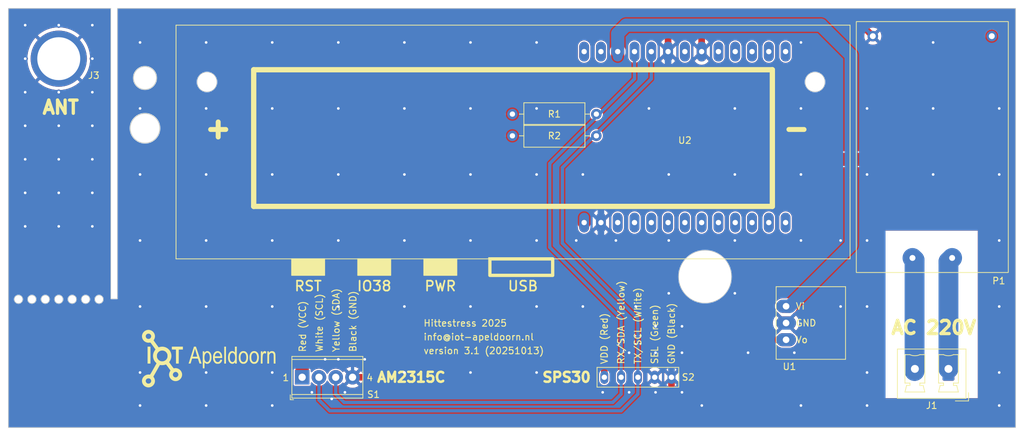
<source format=kicad_pcb>
(kicad_pcb (version 20241229) (generator "pcbnew") (generator_version "9.0")
  (layers (0 "F.Cu" signal) (2 "B.Cu" signal) (13 "F.Paste" user) (15 "B.Paste" user) (5 "F.SilkS" user "F.Silkscreen") (7 "B.SilkS" user "B.Silkscreen") (1 "F.Mask" user) (3 "B.Mask" user) (25 "Edge.Cuts" user))
  (net 0 "")
  (net 1 "Net-(J1-Pin_1)")
  (net 2 "Net-(J1-Pin_2)")
  (net 3 "/5V_I")
  (net 4 "/GND")
  (net 5 "/3V3")
  (net 6 "/SCL")
  (net 7 "/SDA")
  (net 8 "/5V_SPS")
  (footprint "my-KiCad-library:SPS30" (layer "F.Cu") (at 173.99 91.44)
    (property "Reference" "S2" (at 7.62 0 0) (layer "F.SilkS"))
    (property "Value" "SPS30")
    (fp_text user "GND (Black)" (at 5.08 -1.905 90) (layer "F.SilkS") (effects (justify left)))
    (fp_text user "SEL (Green)" (at 2.54 -1.905 90) (layer "F.SilkS") (effects (justify left)))
    (fp_text user "VDD (Red)" (at -5.08 -1.905 90) (layer "F.SilkS") (effects (justify left)))
    (fp_text user "RX/SDA (Yellow)" (at -2.54 -1.905 90) (layer "F.SilkS") (effects (justify left)))
    (fp_text user "TX/SCL (White)" (at 0 -1.905 90) (layer "F.SilkS") (effects (justify left)))
    (pad "1" thru_hole oval (at -5.08 0) (size 1.2 2) (drill 0.8) (layers "*.Cu" "*.Mask") (net 8 "/5V_SPS"))
    (pad "2" thru_hole oval (at -2.54 0) (size 1.2 2) (drill 0.8) (layers "*.Cu" "*.Mask") (net 7 "/SDA"))
    (pad "3" thru_hole oval (at 0 0) (size 1.2 2) (drill 0.8) (layers "*.Cu" "*.Mask") (net 6 "/SCL"))
    (pad "4" thru_hole oval (at 2.54 0) (size 1.2 2) (drill 0.8) (layers "*.Cu" "*.Mask") (net 4 "/GND"))
    (pad "5" thru_hole oval (at 5.08 0) (size 1.2 2) (drill 0.8) (layers "*.Cu" "*.Mask") (net 4 "/GND"))
  )
  (footprint "my-KiCad-library:AM2315C" (layer "F.Cu") (at 123.257 91.5075)
    (property "Reference" "S1" (at 10.728 2.54 0) (layer "F.SilkS"))
    (property "Value" "AM2315C")
    (fp_text user "1" (at -2.54 0 0) (layer "F.SilkS"))
    (fp_text user "Red (VCC)" (at 0 -3.81 90) (layer "F.SilkS") (effects (justify left)))
    (fp_text user "White (SCL)" (at 2.54 -3.81 90) (layer "F.SilkS") (effects (justify left)))
    (fp_text user "4" (at 10.16 0 0) (layer "F.SilkS"))
    (fp_text user "Yellow (SDA)" (at 5.08 -3.81 90) (layer "F.SilkS") (effects (justify left)))
    (fp_text user "Black (GND)" (at 7.62 -3.81 90) (layer "F.SilkS") (effects (justify left)))
    (pad "1" thru_hole rect (at -0.067 -0.0675) (size 2.2 2.2) (drill 1.1) (layers "*.Cu" "*.Mask") (net 5 "/3V3"))
    (pad "2" thru_hole circle (at 2.473 -0.0675) (size 2.2 2.2) (drill 1.1) (layers "*.Cu" "*.Mask") (net 6 "/SCL"))
    (pad "3" thru_hole circle (at 5.013 -0.0675) (size 2.2 2.2) (drill 1.1) (layers "*.Cu" "*.Mask") (net 7 "/SDA"))
    (pad "4" thru_hole circle (at 7.553 -0.0675) (size 2.2 2.2) (drill 1.1) (layers "*.Cu" "*.Mask") (net 4 "/GND"))
  )
  (footprint "Resistor_THT:R_Axial_DIN0309_L9.0mm_D3.2mm_P12.70mm_Horizontal" (layer "F.Cu") (at 155.0015 54.864)
    (property "Reference" "R2" (at 6.35 0 0) (layer "F.SilkS"))
    (property "Value" "10K")
    (pad "1" thru_hole circle (at 0 0) (size 1.6 1.6) (drill 0.8) (layers "*.Cu" "*.Mask") (net 5 "/3V3"))
    (pad "2" thru_hole oval (at 12.7 0) (size 1.6 1.6) (drill 0.8) (layers "*.Cu" "*.Mask") (net 6 "/SCL"))
  )
  (footprint "my-KiCad-library:HLK-5M05" (layer "F.Cu") (at 207.035 75.565 90)
    (property "Reference" "P1" (at -1.27 21.565 0) (layer "F.SilkS"))
    (property "Value" "~")
    (pad "1" thru_hole circle (at 2.2 8.5 270) (size 1.6 1.6) (drill 0.9) (layers "*.Cu" "*.Mask") (net 2 "Net-(J1-Pin_2)"))
    (pad "2" thru_hole circle (at 2.2 14.5 270) (size 1.6 1.6) (drill 0.9) (layers "*.Cu" "*.Mask") (net 1 "Net-(J1-Pin_1)"))
    (pad "3" thru_hole circle (at 35.8 2.5 270) (size 1.6 1.6) (drill 0.9) (layers "*.Cu" "*.Mask") (net 4 "/GND"))
    (pad "4" thru_hole circle (at 35.8 20.5 270) (size 1.6 1.6) (drill 0.9) (layers "*.Cu" "*.Mask") (net 3 "/5V_I"))
  )
  (footprint "Resistor_THT:R_Axial_DIN0309_L9.0mm_D3.2mm_P12.70mm_Horizontal" (layer "F.Cu") (at 155.0015 51.574)
    (property "Reference" "R1" (at 6.35 0 0) (layer "F.SilkS"))
    (property "Value" "10K")
    (pad "1" thru_hole circle (at 0 0) (size 1.6 1.6) (drill 0.8) (layers "*.Cu" "*.Mask") (net 5 "/3V3"))
    (pad "2" thru_hole oval (at 12.7 0) (size 1.6 1.6) (drill 0.8) (layers "*.Cu" "*.Mask") (net 7 "/SDA"))
  )
  (footprint "my-KiCad-library:MINIDCDCBOOST5V" (layer "F.Cu") (at 196.41 83.22)
    (property "Reference" "U1" (at 0.508 6.604 0) (layer "F.SilkS"))
    (property "Value" "MINIDCDCBOOST5V")
    (fp_text user "GND" (at 1.397 0 0) (layer "F.SilkS") (effects (justify left)))
    (fp_text user "Vo" (at 1.397 2.54 0) (layer "F.SilkS") (effects (justify left)))
    (fp_text user "Vi" (at 1.397 -2.54 0) (layer "F.SilkS") (effects (justify left)))
    (pad "1" thru_hole oval (at 0 -2.54 270) (size 2 3) (drill 1) (layers "*.Cu" "*.Mask") (net 5 "/3V3"))
    (pad "2" thru_hole oval (at 0 0 270) (size 2 3) (drill 1) (layers "*.Cu" "*.Mask") (net 4 "/GND"))
    (pad "3" thru_hole oval (at 0 2.54 270) (size 2 3) (drill 1) (layers "*.Cu" "*.Mask") (net 8 "/5V_SPS"))
  )
  (footprint "my-KiCad-library:SMA-ANT-CONN" (layer "F.Cu") (at 86.36 43.18)
    (property "Reference" "J3" (at 5.3 2.54 0) (layer "F.SilkS"))
    (property "Value" "SMA_conector_female")
    (pad "1" thru_hole circle (at 0 0) (size 8.5 8.5) (drill 6.5) (layers "*.Cu" "*.Mask") (net 4 "/GND"))
  )
  (footprint "my-KiCad-library:TTGO_T-Beam_T22_V1.1" (layer "F.Cu") (at 206.095 73.505 180)
    (property "Reference" "U2" (at 25 17.95 0) (layer "F.SilkS"))
    (property "Value" "TTGO_T-Beam_T22_V1.1")
    (fp_text user "PWR" (at 62 -5 0) (layer "F.SilkS") (effects (font (size 1.5 1.5) (thickness 0.25) (bold yes)) (justify bottom)))
    (fp_text user "USB" (at 49.5 -5 0) (layer "F.SilkS") (effects (font (size 1.5 1.5) (thickness 0.25) (bold yes)) (justify bottom)))
    (fp_text user "RST" (at 82 -5 0) (layer "F.SilkS") (effects (font (size 1.5 1.5) (thickness 0.25) (bold yes)) (justify bottom)))
    (fp_text user "IO38" (at 72 -5 0) (layer "F.SilkS") (effects (font (size 1.5 1.5) (thickness 0.25) (bold yes)) (justify bottom)))
    (fp_text user "+" (at 93.26 21.15 180) (layer "F.SilkS") (effects (font (size 3 3) (thickness 0.75) (bold yes)) (justify left bottom)))
    (fp_text user "-" (at 5.76 21.15 180) (layer "F.SilkS") (effects (font (size 3 3) (thickness 0.75) (bold yes)) (justify left bottom)))
    (pad "1" thru_hole oval (at 9.76 5.5 180) (size 1.5 3) (drill 0.8) (layers "*.Cu" "*.Mask"))
    (pad "2" thru_hole oval (at 12.3 5.5 180) (size 1.5 3) (drill 0.8) (layers "*.Cu" "*.Mask"))
    (pad "3" thru_hole oval (at 14.84 5.5 180) (size 1.5 3) (drill 0.8) (layers "*.Cu" "*.Mask"))
    (pad "4" thru_hole oval (at 17.38 5.5 180) (size 1.5 3) (drill 0.8) (layers "*.Cu" "*.Mask"))
    (pad "5" thru_hole oval (at 19.92 5.5 180) (size 1.5 3) (drill 0.8) (layers "*.Cu" "*.Mask"))
    (pad "6" thru_hole oval (at 22.46 5.5 180) (size 1.5 3) (drill 0.8) (layers "*.Cu" "*.Mask"))
    (pad "7" thru_hole oval (at 25 5.5 180) (size 1.5 3) (drill 0.8) (layers "*.Cu" "*.Mask"))
    (pad "8" thru_hole oval (at 27.54 5.5 180) (size 1.5 3) (drill 0.8) (layers "*.Cu" "*.Mask"))
    (pad "9" thru_hole oval (at 30.08 5.5 180) (size 1.5 3) (drill 0.8) (layers "*.Cu" "*.Mask"))
    (pad "10" thru_hole oval (at 32.62 5.5 180) (size 1.5 3) (drill 0.8) (layers "*.Cu" "*.Mask"))
    (pad "11" thru_hole oval (at 35.16 5.5 180) (size 1.5 3) (drill 0.8) (layers "*.Cu" "*.Mask"))
    (pad "12" thru_hole oval (at 37.7 5.5 180) (size 1.5 3) (drill 0.8) (layers "*.Cu" "*.Mask") (net 4 "/GND"))
    (pad "13" thru_hole oval (at 40.24 5.5 180) (size 1.5 3) (drill 0.8) (layers "*.Cu" "*.Mask") (net 3 "/5V_I"))
    (pad "14" thru_hole oval (at 40.24 31.4 180) (size 1.5 3) (drill 0.8) (layers "*.Cu" "*.Mask"))
    (pad "15" thru_hole oval (at 37.7 31.4 180) (size 1.5 3) (drill 0.8) (layers "*.Cu" "*.Mask"))
    (pad "16" thru_hole oval (at 35.16 31.4 180) (size 1.5 3) (drill 0.8) (layers "*.Cu" "*.Mask") (net 5 "/3V3"))
    (pad "17" thru_hole oval (at 32.62 31.4 180) (size 1.5 3) (drill 0.8) (layers "*.Cu" "*.Mask") (net 7 "/SDA"))
    (pad "18" thru_hole oval (at 30.08 31.4 180) (size 1.5 3) (drill 0.8) (layers "*.Cu" "*.Mask") (net 6 "/SCL"))
    (pad "19" thru_hole oval (at 27.54 31.4 180) (size 1.5 3) (drill 0.8) (layers "*.Cu" "*.Mask") (net 4 "/GND"))
    (pad "20" thru_hole oval (at 25 31.4 180) (size 1.5 3) (drill 0.8) (layers "*.Cu" "*.Mask"))
    (pad "21" thru_hole oval (at 22.46 31.4 180) (size 1.5 3) (drill 0.8) (layers "*.Cu" "*.Mask") (net 4 "/GND"))
    (pad "22" thru_hole oval (at 19.92 31.4 180) (size 1.5 3) (drill 0.8) (layers "*.Cu" "*.Mask"))
    (pad "23" thru_hole oval (at 17.38 31.4 180) (size 1.5 3) (drill 0.8) (layers "*.Cu" "*.Mask"))
    (pad "24" thru_hole oval (at 14.84 31.4 180) (size 1.5 3) (drill 0.8) (layers "*.Cu" "*.Mask"))
    (pad "25" thru_hole oval (at 12.3 31.4 180) (size 1.5 3) (drill 0.8) (layers "*.Cu" "*.Mask"))
    (pad "26" thru_hole oval (at 9.76 31.4 180) (size 1.5 3) (drill 0.8) (layers "*.Cu" "*.Mask"))
  )
  (footprint "my-KiCad-library:IOT-Apeldoorn_Logo_22x9_6mm_silk" (layer "F.Cu") (at 108.66 88.72)
    (property "Reference" "G***" (hide yes))
    (property "Value" "LOGO" (hide yes))
  )
  (footprint "Connector_Phoenix_MC_HighVoltage:PhoenixContact_MCV_1,5_2-G-5.08_1x02_P5.08mm_Vertical" (layer "F.Cu") (at 220.98 90.17 180)
    (property "Reference" "J1" (at 2.54 -5.55 0) (layer "F.SilkS"))
    (property "Value" "Conn_01x02_Socket")
    (pad "1" thru_hole roundrect (at 0 0 180) (size 1.8 3.6) (drill 1.2) (layers "*.Cu" "*.Mask") (roundrect_rratio 0.138889) (net 1 "Net-(J1-Pin_1)"))
    (pad "2" thru_hole oval (at 5.08 0 180) (size 1.8 3.6) (drill 1.2) (layers "*.Cu" "*.Mask") (net 2 "Net-(J1-Pin_2)"))
  )
  (gr_rect (start 78.994 71.628) (end 93.986 78.74) (stroke (width 0.2)) (fill yes) (layer "F.Cu"))
  (gr_rect (start 78.994 80.772) (end 94.488 97.964) (stroke (width 0.2)) (fill yes) (layer "F.Cu"))
  (gr_rect (start 79.121 71.628) (end 93.986 78.74) (stroke (width 0.2)) (fill yes) (layer "B.Cu") (net 4))
  (gr_circle (center 82.296 79.629) (end 82.931 79.629) (stroke (width 0.1)) (fill no) (layer "Edge.Cuts"))
  (gr_circle (center 86.36 79.629) (end 86.995 79.629) (stroke (width 0.1)) (fill no) (layer "Edge.Cuts"))
  (gr_circle (center 80.264 79.629) (end 80.899 79.629) (stroke (width 0.1)) (fill no) (layer "Edge.Cuts"))
  (gr_line (start 95.24 35.56) (end 231.14 35.56) (stroke (width 0.1)) (layer "Edge.Cuts"))
  (gr_circle (center 99.41 53.72) (end 101.66 53.72) (stroke (width 0.15)) (fill no) (layer "Edge.Cuts"))
  (gr_circle (center 200.79 46.71) (end 202.29 46.71) (stroke (width 0.1)) (fill no) (layer "Edge.Cuts"))
  (gr_circle (center 88.392 79.629) (end 89.027 79.629) (stroke (width 0.1)) (fill no) (layer "Edge.Cuts"))
  (gr_circle (center 92.456 79.629) (end 93.091 79.629) (stroke (width 0.1)) (fill no) (layer "Edge.Cuts"))
  (gr_line (start 231.14 35.56) (end 231.14 99.06) (stroke (width 0.1)) (layer "Edge.Cuts"))
  (gr_line (start 78.74 99.06) (end 231.14 99.06) (stroke (width 0.1)) (layer "Edge.Cuts"))
  (gr_line (start 78.74 35.56) (end 78.74 99.06) (stroke (width 0.1)) (layer "Edge.Cuts"))
  (gr_line (start 94.24 79.56) (end 95.24 79.56) (stroke (width 0.1)) (layer "Edge.Cuts"))
  (gr_circle (center 184.15 76.2) (end 188.15 76.2) (stroke (width 0.1)) (fill no) (layer "Edge.Cuts"))
  (gr_circle (center 108.79 46.71) (end 110.29 46.71) (stroke (width 0.1)) (fill no) (layer "Edge.Cuts"))
  (gr_circle (center 84.328 79.629) (end 84.963 79.629) (stroke (width 0.1)) (fill no) (layer "Edge.Cuts"))
  (gr_line (start 95.24 35.56) (end 95.24 79.56) (stroke (width 0.1)) (layer "Edge.Cuts"))
  (gr_line (start 94.24 35.56) (end 94.24 79.56) (stroke (width 0.1)) (layer "Edge.Cuts"))
  (gr_line (start 78.74 35.56) (end 94.24 35.56) (stroke (width 0.1)) (layer "Edge.Cuts"))
  (gr_circle (center 99.41 46.1) (end 99.41 44.35) (stroke (width 0.15)) (fill no) (layer "Edge.Cuts"))
  (gr_circle (center 90.424 79.629) (end 91.059 79.629) (stroke (width 0.1)) (fill no) (layer "Edge.Cuts"))
  (gr_text "ANT" (at 83.66 51.72 0) (layer "F.SilkS") (effects (font (size 2 2) (thickness 0.5) (bold yes)) (justify left bottom)))
  (gr_text "version 3.1 (20251013)" (at 141.478 88.011 0) (layer "F.SilkS") (effects (font (size 1 1)) (justify left bottom)))
  (gr_text "info@iot-apeldoorn.nl" (at 141.478 85.921 0) (layer "F.SilkS") (effects (font (size 1 1)) (justify left bottom)))
  (gr_text "AC 220V" (at 212.09 85.09 0) (layer "F.SilkS") (effects (font (size 2 2) (thickness 0.5) (bold yes)) (justify left bottom)))
  (gr_text "Hittestress 2025" (at 141.478 83.831 0) (layer "F.SilkS") (effects (font (size 1 1)) (justify left bottom)))
  (gr_text "AM2315C" (at 139.7 91.44 0) (layer "F.SilkS") (effects (font (size 1.5 1.5) (thickness 0.375) (bold yes))))
  (gr_text "SPS30" (at 163.195 91.44 0) (layer "F.SilkS") (effects (font (size 1.5 1.5) (thickness 0.375) (bold yes))))
  (segment (start 221.535 73.365) (end 220.98 73.92) (width 3) (layer "B.Cu") (net 1))
  (segment (start 220.98 73.92) (end 220.98 90.17) (width 3) (layer "B.Cu") (net 1))
  (segment (start 215.85 73.68) (end 215.535 73.365) (width 3) (layer "B.Cu") (net 2))
  (segment (start 215.85 90.4975) (end 215.85 73.68) (width 3) (layer "B.Cu") (net 2))
  (segment (start 165.855 68.005) (end 165.855 65.285) (width 2) (layer "F.Cu") (net 3))
  (segment (start 227.535 48.055) (end 227.535 39.765) (width 2) (layer "F.Cu") (net 3))
  (segment (start 165.855 65.285) (end 172.72 58.42) (width 2) (layer "F.Cu") (net 3))
  (segment (start 172.72 58.42) (end 217.17 58.42) (width 2) (layer "F.Cu") (net 3))
  (segment (start 217.17 58.42) (end 227.535 48.055) (width 2) (layer "F.Cu") (net 3))
  (segment (start 147.32 91.44) (end 152.4 96.52) (width 1) (layer "F.Cu") (net 4))
  (segment (start 139.38 91.44) (end 147.32 91.44) (width 1) (layer "F.Cu") (net 4))
  (segment (start 178.555 39.885) (end 178.555 42.105) (width 1) (layer "F.Cu") (net 4))
  (segment (start 137.94 91.44) (end 138.66 90.72) (width 1) (layer "F.Cu") (net 4))
  (segment (start 184.15 38.1) (end 180.34 38.1) (width 1) (layer "F.Cu") (net 4))
  (segment (start 183.635 42.105) (end 183.635 38.615) (width 1) (layer "F.Cu") (net 4))
  (segment (start 177.8 96.52) (end 179.07 95.25) (width 1) (layer "F.Cu") (net 4))
  (segment (start 179.07 95.25) (end 179.07 91.44) (width 1) (layer "F.Cu") (net 4))
  (segment (start 152.4 96.52) (end 177.8 96.52) (width 1) (layer "F.Cu") (net 4))
  (segment (start 130.81 91.44) (end 137.94 91.44) (width 1) (layer "F.Cu") (net 4))
  (segment (start 183.635 38.615) (end 184.15 38.1) (width 1) (layer "F.Cu") (net 4))
  (segment (start 207.87 38.1) (end 184.15 38.1) (width 1) (layer "F.Cu") (net 4))
  (segment (start 209.535 39.765) (end 207.87 38.1) (width 1) (layer "F.Cu") (net 4))
  (segment (start 138.66 90.72) (end 139.38 91.44) (width 1) (layer "F.Cu") (net 4))
  (segment (start 180.34 38.1) (end 178.555 39.885) (width 1) (layer "F.Cu") (net 4))
  (via (at 98.66 90.72) (size 0.8) (drill 0.4) (layers "F.Cu" "B.Cu") (net 4))
  (via (at 98.66 50.72) (size 0.8) (drill 0.4) (layers "F.Cu" "B.Cu") (net 4))
  (via (at 218.66 50.72) (size 0.8) (drill 0.4) (layers "F.Cu" "B.Cu") (net 4))
  (via (at 178.66 70.72) (size 0.8) (drill 0.4) (layers "F.Cu" "B.Cu") (net 4))
  (via (at 180.66 87.72) (size 0.8) (drill 0.4) (layers "F.Cu" "B.Cu") (net 4))
  (via (at 188.66 70.72) (size 0.8) (drill 0.4) (layers "F.Cu" "B.Cu") (net 4))
  (via (at 158.66 50.72) (size 0.8) (drill 0.4) (layers "F.Cu" "B.Cu") (net 4))
  (via (at 148.66 60.72) (size 0.8) (drill 0.4) (layers "F.Cu" "B.Cu") (net 4))
  (via (at 86.36 53.34) (size 0.8) (drill 0.4) (layers "F.Cu" "B.Cu") (net 4))
  (via (at 176.66 83.72) (size 0.8) (drill 0.4) (layers "F.Cu" "B.Cu") (net 4))
  (via (at 198.66 95.72) (size 0.8) (drill 0.4) (layers "F.Cu" "B.Cu") (net 4))
  (via (at 81.28 38.1) (size 0.8) (drill 0.4) (layers "F.Cu" "B.Cu") (net 4))
  (via (at 128.66 88.72) (size 0.8) (drill 0.4) (layers "F.Cu" "B.Cu") (net 4))
  (via (at 108.66 70.72) (size 0.8) (drill 0.4) (layers "F.Cu" "B.Cu") (net 4))
  (via (at 173.66 80.72) (size 0.8) (drill 0.4) (layers "F.Cu" "B.Cu") (net 4))
  (via (at 188.66 50.72) (size 0.8) (drill 0.4) (layers "F.Cu" "B.Cu") (net 4))
  (via (at 108.66 60.72) (size 0.8) (drill 0.4) (layers "F.Cu" "B.Cu") (net 4))
  (via (at 208.66 70.72) (size 0.8) (drill 0.4) (layers "F.Cu" "B.Cu") (net 4))
  (via (at 86.36 58.42) (size 0.8) (drill 0.4) (layers "F.Cu" "B.Cu") (net 4))
  (via (at 148.66 90.72) (size 0.8) (drill 0.4) (layers "F.Cu" "B.Cu") (net 4))
  (via (at 228.66 60.72) (size 0.8) (drill 0.4) (layers "F.Cu" "B.Cu") (net 4))
  (via (at 98.66 60.72) (size 0.8) (drill 0.4) (layers "F.Cu" "B.Cu") (net 4))
  (via (at 98.66 95.72) (size 0.8) (drill 0.4) (layers "F.Cu" "B.Cu") (net 4))
  (via (at 165.66 80.72) (size 0.8) (drill 0.4) (layers "F.Cu" "B.Cu") (net 4))
  (via (at 218.66 40.72) (size 0.8) (drill 0.4) (layers "F.Cu" "B.Cu") (net 4))
  (via (at 178.66 78.72) (size 0.8) (drill 0.4) (layers "F.Cu" "B.Cu") (net 4))
  (via (at 180.66 93.72) (size 0.8) (drill 0.4) (layers "F.Cu" "B.Cu") (net 4))
  (via (at 138.66 50.72) (size 0.8) (drill 0.4) (layers "F.Cu" "B.Cu") (net 4))
  (via (at 98.66 40.72) (size 0.8) (drill 0.4) (layers "F.Cu" "B.Cu") (net 4))
  (via (at 81.28 68.58) (size 0.8) (drill 0.4) (layers "F.Cu" "B.Cu") (net 4))
  (via (at 128.66 70.72) (size 0.8) (drill 0.4) (layers "F.Cu" "B.Cu") (net 4))
  (via (at 188.66 78.72) (size 0.8) (drill 0.4) (layers "F.Cu" "B.Cu") (net 4))
  (via (at 228.66 80.72) (size 0.8) (drill 0.4) (layers "F.Cu" "B.Cu") (net 4))
  (via (at 208.66 80.72) (size 0.8) (drill 0.4) (layers "F.Cu" "B.Cu") (net 4))
  (via (at 228.66 95.72) (size 0.8) (drill 0.4) (layers "F.Cu" "B.Cu") (net 4))
  (via (at 118.66 95.72) (size 0.8) (drill 0.4) (layers "F.Cu" "B.Cu") (net 4))
  (via (at 148.66 50.72) (size 0.8) (drill 0.4) (layers "F.Cu" "B.Cu") (net 4))
  (via (at 128.66 40.72) (size 0.8) (drill 0.4) (layers "F.Cu" "B.Cu") (net 4))
  (via (at 81.28 43.18) (size 0.8) (drill 0.4) (layers "F.Cu" "B.Cu") (net 4))
  (via (at 108.66 95.72) (size 0.8) (drill 0.4) (layers "F.Cu" "B.Cu") (net 4))
  (via (at 204.66 70.72) (size 0.8) (drill 0.4) (layers "F.Cu" "B.Cu") (net 4))
  (via (at 81.28 48.26) (size 0.8) (drill 0.4) (layers "F.Cu" "B.Cu") (net 4))
  (via (at 128.66 80.72) (size 0.8) (drill 0.4) (layers "F.Cu" "B.Cu") (net 4))
  (via (at 165.66 60.72) (size 0.8) (drill 0.4) (layers "F.Cu" "B.Cu") (net 4))
  (via (at 129.66 93.72) (size 0.8) (drill 0.4) (layers "F.Cu" "B.Cu") (net 4))
  (via (at 127.66 94.72) (size 0.8) (drill 0.4) (layers "F.Cu" "B.Cu") (net 4))
  (via (at 86.36 38.1) (size 0.8) (drill 0.4) (layers "F.Cu" "B.Cu") (net 4))
  (via (at 198.66 50.72) (size 0.8) (drill 0.4) (layers "F.Cu" "B.Cu") (net 4))
  (via (at 126.66 88.72) (size 0.8) (drill 0.4) (layers "F.Cu" "B.Cu") (net 4))
  (via (at 128.66 60.72) (size 0.8) (drill 0.4) (layers "F.Cu" "B.Cu") (net 4))
  (via (at 118.66 70.72) (size 0.8) (drill 0.4) (layers "F.Cu" "B.Cu") (net 4))
  (via (at 164.66 70.72) (size 0.8) (drill 0.4) (layers "F.Cu" "B.Cu") (net 4))
  (via (at 197.66 87.72) (size 0.8) (drill 0.4) (layers "F.Cu" "B.Cu") (net 4))
  (via (at 81.28 63.5) (size 0.8) (drill 0.4) (layers "F.Cu" "B.Cu") (net 4))
  (via (at 208.66 50.72) (size 0.8) (drill 0.4) (layers "F.Cu" "B.Cu") (net 4))
  (via (at 118.66 60.72) (size 0.8) (drill 0.4) (layers "F.Cu" "B.Cu") (net 4))
  (via (at 158.66 90.72) (size 0.8) (drill 0.4) (layers "F.Cu" "B.Cu") (net 4))
  (via (at 172.66 93.72) (size 0.8) (drill 0.4) (layers "F.Cu" "B.Cu") (net 4))
  (via (at 118.66 80.72) (size 0.8) (drill 0.4) (layers "F.Cu" "B.Cu") (net 4))
  (via (at 91.44 48.26) (size 0.8) (drill 0.4) (layers "F.Cu" "B.Cu") (net 4))
  (via (at 91.44 63.5) (size 0.8) (drill 0.4) (layers "F.Cu" "B.Cu") (net 4))
  (via (at 138.66 70.72) (size 0.8) (drill 0.4) (layers "F.Cu" "B.Cu") (net 4))
  (via (at 118.66 40.72) (size 0.8) (drill 0.4) (layers "F.Cu" "B.Cu") (net 4))
  (via (at 132.66 88.72) (size 0.8) (drill 0.4) (layers "F.Cu" "B.Cu") (net 4))
  (via (at 176.66 93.72) (size 0.8) (drill 0.4) (layers "F.Cu" "B.Cu") (net 4))
  (via (at 91.44 53.34) (size 0.8) (drill 0.4) (layers "F.Cu" "B.Cu") (net 4))
  (via (at 81.28 58.42) (size 0.8) (drill 0.4) (layers "F.Cu" "B.Cu") (net 4))
  (via (at 198.66 70.72) (size 0.8) (drill 0.4) (layers "F.Cu" "B.Cu") (net 4))
  (via (at 208.66 60.72) (size 0.8) (drill 0.4) (layers "F.Cu" "B.Cu") (net 4))
  (via (at 128.66 50.72) (size 0.8) (drill 0.4) (layers "F.Cu" "B.Cu") (net 4))
  (via (at 118.66 50.72) (size 0.8) (drill 0.4) (layers "F.Cu" "B.Cu") (net 4))
  (via (at 91.44 58.42) (size 0.8) (drill 0.4) (layers "F.Cu" "B.Cu") (net 4))
  (via (at 218.66 60.72) (size 0.8) (drill 0.4) (layers "F.Cu" "B.Cu") (net 4))
  (via (at 86.36 68.58) (size 0.8) (drill 0.4) (layers "F.Cu" "B.Cu") (net 4))
  (via (at 228.66 90.72) (size 0.8) (drill 0.4) (layers "F.Cu" "B.Cu") (net 4))
  (via (at 158.66 70.72) (size 0.8) (drill 0.4) (layers "F.Cu" "B.Cu") (net 4))
  (via (at 158.66 40.72) (size 0.8) (drill 0.4) (layers "F.Cu" "B.Cu") (net 4))
  (via (at 178.66 60.72) (size 0.8) (drill 0.4) (layers "F.Cu" "B.Cu") (net 4))
  (via (at 204.66 80.72) (size 0.8) (drill 0.4) (layers "F.Cu" "B.Cu") (net 4))
  (via (at 81.28 53.34) (size 0.8) (drill 0.4) (layers "F.Cu" "B.Cu") (net 4))
  (via (at 91.44 68.58) (size 0.8) (drill 0.4) (layers "F.Cu" "B.Cu") (net 4))
  (via (at 108.66 90.72) (size 0.8) (drill 0.4) (layers "F.Cu" "B.Cu") (net 4))
  (via (at 138.66 40.72) (size 0.8) (drill 0.4) (layers "F.Cu" "B.Cu") (net 4))
  (via (at 172.66 87.72) (size 0.8) (drill 0.4) (layers "F.Cu" "B.Cu") (net 4))
  (via (at 208.66 90.72) (size 0.8) (drill 0.4) (layers "F.Cu" "B.Cu") (net 4))
  (via (at 148.66 40.72) (size 0.8) (drill 0.4) (layers "F.Cu" "B.Cu") (net 4))
  (via (at 228.66 70.72) (size 0.8) (drill 0.4) (layers "F.Cu" "B.Cu") (net 4))
  (via (at 108.66 80.72) (size 0.8) (drill 0.4) (layers "F.Cu" "B.Cu") (net 4))
  (via (at 138.66 60.72) (size 0.8) (drill 0.4) (layers "F.Cu" "B.Cu") (net 4))
  (via (at 118.66 90.72) (size 0.8) (drill 0.4) (layers "F.Cu" "B.Cu") (net 4))
  (via (at 148.66 70.72) (size 0.8) (drill 0.4) (layers "F.Cu" "B.Cu") (net 4))
  (via (at 183.66 95.72) (size 0.8) (drill 0.4) (layers "F.Cu" "B.Cu") (net 4))
  (via (at 168.66 93.72) (size 0.8) (drill 0.4) (layers "F.Cu" "B.Cu") (net 4))
  (via (at 176.66 87.72) (size 0.8) (drill 0.4) (layers "F.Cu" "B.Cu") (net 4))
  (via (at 190.66 87.72) (size 0.8) (drill 0.4) (layers "F.Cu" "B.Cu") (net 4))
  (via (at 180.66 83.72) (size 0.8) (drill 0.4) (layers "F.Cu" "B.Cu") (net 4))
  (via (at 208.66 95.72) (size 0.8) (drill 0.4) (layers "F.Cu" "B.Cu") (net 4))
  (via (at 228.66 50.72) (size 0.8) (drill 0.4) (layers "F.Cu" "B.Cu") (net 4))
  (via (at 91.44 43.18) (size 0.8) (drill 0.4) (layers "F.Cu" "B.Cu") (net 4))
  (via (at 170.66 70.72) (size 0.8) (drill 0.4) (layers "F.Cu" "B.Cu") (net 4))
  (via (at 138.66 90.72) (size 0.8) (drill 0.4) (layers "F.Cu" "B.Cu") (net 4))
  (via (at 86.36 63.5) (size 0.8) (drill 0.4) (layers "F.Cu" "B.Cu") (net 4))
  (via (at 158.66 60.72) (size 0.8) (drill 0.4) (layers "F.Cu" "B.Cu") (net 4))
  (via (at 148.66 80.72) (size 0.8) (drill 0.4) (layers "F.Cu" "B.Cu") (net 4))
  (via (at 98.66 80.72) (size 0.8) (drill 0.4) (layers "F.Cu" "B.Cu") (net 4))
  (via (at 91.44 38.1) (size 0.8) (drill 0.4) (layers "F.Cu" "B.Cu") (net 4))
  (via (at 108.66 50.72) (size 0.8) (drill 0.4) (layers "F.Cu" "B.Cu") (net 4))
  (via (at 175.66 50.72) (size 0.8) (drill 0.4) (layers "F.Cu" "B.Cu") (net 4))
  (via (at 188.66 60.72) (size 0.8) (drill 0.4) (layers "F.Cu" "B.Cu") (net 4))
  (via (at 138.66 80.72) (size 0.8) (drill 0.4) (layers "F.Cu" "B.Cu") (net 4))
  (via (at 98.66 70.72) (size 0.8) (drill 0.4) (layers "F.Cu" "B.Cu") (net 4))
  (via (at 108.66 40.72) (size 0.8) (drill 0.4) (layers "F.Cu" "B.Cu") (net 4))
  (via (at 198.66 60.72) (size 0.8) (drill 0.4) (layers "F.Cu" "B.Cu") (net 4))
  (via (at 198.66 40.72) (size 0.8) (drill 0.4) (layers "F.Cu" "B.Cu") (net 4))
  (via (at 86.36 48.26) (size 0.8) (drill 0.4) (layers "F.Cu" "B.Cu") (net 4))
  (via (at 158.66 80.72) (size 0.8) (drill 0.4) (layers "F.Cu" "B.Cu") (net 4))
  (via (at 124.66 93.72) (size 0.8) (drill 0.4) (layers "F.Cu" "B.Cu") (net 4))
  (segment (start 168.395 68.005) (end 168.395 71.875) (width 1) (layer "B.Cu") (net 4))
  (segment (start 179.07 82.55) (end 179.07 91.44) (width 1) (layer "B.Cu") (net 4))
  (segment (start 178.555 42.105) (end 178.555 50.045) (width 1) (layer "B.Cu") (net 4))
  (segment (start 93.726 79.753107) (end 93.726 50.546) (width 0.5) (layer "B.Cu") (net 4))
  (segment (start 178.555 50.045) (end 168.395 60.205) (width 1) (layer "B.Cu") (net 4))
  (segment (start 130.81 91.44) (end 130.81 87.884) (width 0.5) (layer "B.Cu") (net 4))
  (segment (start 126.746 83.82) (end 97.792893 83.82) (width 0.5) (layer "B.Cu") (net 4))
  (segment (start 130.81 87.884) (end 126.746 83.82) (width 0.5) (layer "B.Cu") (net 4))
  (segment (start 168.395 60.205) (end 168.395 68.005) (width 1) (layer "B.Cu") (net 4))
  (segment (start 168.395 71.875) (end 179.07 82.55) (width 1) (layer "B.Cu") (net 4))
  (segment (start 93.726 50.546) (end 91.44 48.26) (width 0.5) (layer "B.Cu") (net 4))
  (segment (start 91.44 48.26) (end 86.36 43.18) (width 0.5) (layer "B.Cu") (net 4))
  (segment (start 97.792893 83.82) (end 93.726 79.753107) (width 0.5) (layer "B.Cu") (net 4))
  (segment (start 155.0015 54.864) (end 155.0015 51.574) (width 2) (layer "F.Cu") (net 5))
  (segment (start 155.0015 50.7385) (end 155.0015 51.574) (width 2) (layer "F.Cu") (net 5))
  (segment (start 158.75 46.99) (end 155.0015 50.7385) (width 2) (layer "F.Cu") (net 5))
  (segment (start 123.19 91.44) (end 123.19 89.19) (width 2) (layer "F.Cu") (net 5))
  (segment (start 123.19 89.19) (end 155.0015 57.3785) (width 2) (layer "F.Cu") (net 5))
  (segment (start 155.0015 57.3785) (end 155.0015 54.864) (width 2) (layer "F.Cu") (net 5))
  (segment (start 168.91 46.99) (end 158.75 46.99) (width 2) (layer "F.Cu") (net 5))
  (segment (start 170.935 44.965) (end 168.91 46.99) (width 2) (layer "F.Cu") (net 5))
  (segment (start 170.935 42.105) (end 170.935 44.965) (width 2) (layer "F.Cu") (net 5))
  (segment (start 206.261 42.685) (end 201.676 38.1) (width 2) (layer "B.Cu") (net 5))
  (segment (start 170.935 39.377) (end 170.935 42.105) (width 2) (layer "B.Cu") (net 5))
  (segment (start 196.964156 80.68) (end 206.261 71.383156) (width 2) (layer "B.Cu") (net 5))
  (segment (start 206.261 71.383156) (end 206.261 42.685) (width 2) (layer "B.Cu") (net 5))
  (segment (start 172.212 38.1) (end 170.935 39.377) (width 2) (layer "B.Cu") (net 5))
  (segment (start 196.41 80.68) (end 196.964156 80.68) (width 2) (layer "B.Cu") (net 5))
  (segment (start 201.676 38.1) (end 172.212 38.1) (width 2) (layer "B.Cu") (net 5))
  (segment (start 173.99 93.98) (end 173.99 91.44) (width 0.5) (layer "B.Cu") (net 6))
  (segment (start 171.45 96.52) (end 173.99 93.98) (width 0.5) (layer "B.Cu") (net 6))
  (segment (start 162.56 59.69) (end 162.56 71.12) (width 0.5) (layer "B.Cu") (net 6))
  (segment (start 125.73 94.885) (end 127.365 96.52) (width 0.5) (layer "B.Cu") (net 6))
  (segment (start 125.73 91.44) (end 125.73 94.885) (width 0.5) (layer "B.Cu") (net 6))
  (segment (start 176.015 46.235) (end 162.56 59.69) (width 0.5) (layer "B.Cu") (net 6))
  (segment (start 176.015 42.105) (end 176.015 46.235) (width 0.5) (layer "B.Cu") (net 6))
  (segment (start 127.365 96.52) (end 171.45 96.52) (width 0.5) (layer "B.Cu") (net 6))
  (segment (start 162.56 71.12) (end 173.99 82.55) (width 0.5) (layer "B.Cu") (net 6))
  (segment (start 173.99 82.55) (end 173.99 91.44) (width 0.5) (layer "B.Cu") (net 6))
  (segment (start 160.655 71.755) (end 171.45 82.55) (width 0.5) (layer "B.Cu") (net 7))
  (segment (start 171.45 82.55) (end 171.45 91.44) (width 0.5) (layer "B.Cu") (net 7))
  (segment (start 171.45 91.44) (end 171.45 93.98) (width 0.5) (layer "B.Cu") (net 7))
  (segment (start 173.475 46.235) (end 160.655 59.055) (width 0.5) (layer "B.Cu") (net 7))
  (segment (start 128.27 93.98) (end 128.27 91.44) (width 0.5) (layer "B.Cu") (net 7))
  (segment (start 170.18 95.25) (end 129.54 95.25) (width 0.5) (layer "B.Cu") (net 7))
  (segment (start 171.45 93.98) (end 170.18 95.25) (width 0.5) (layer "B.Cu") (net 7))
  (segment (start 160.655 59.055) (end 160.655 71.755) (width 0.5) (layer "B.Cu") (net 7))
  (segment (start 129.54 95.25) (end 128.27 93.98) (width 0.5) (layer "B.Cu") (net 7))
  (segment (start 173.475 42.105) (end 173.475 46.235) (width 0.5) (layer "B.Cu") (net 7))
  (segment (start 196.41 85.76) (end 172.62 85.76) (width 1) (layer "F.Cu") (net 8))
  (segment (start 168.91 89.47) (end 168.91 91.44) (width 1) (layer "F.Cu") (net 8))
  (segment (start 172.62 85.76) (end 168.91 89.47) (width 1) (layer "F.Cu") (net 8))
  (zone (net 4) (net_name "/GND") (layers "F.Cu" "B.Cu") (connect_pads (clearance 0)) (min_thickness 0.25) (fill yes (thermal_gap 0.5) (thermal_bridge_width 0.5))
    (polygon (pts (xy 77.47 34.29) (xy 232.41 34.29) (xy 232.41 100.33) (xy 77.47 100.33)))
  )
  (zone (net 0) (net_name "") (layers "F.Cu" "B.Cu" "Edge.Cuts") (name "AC") (connect_pads (clearance 0)) (min_thickness 0.25)
    (keepout (tracks allowed) (vias not_allowed) (pads not_allowed) (copperpour not_allowed) (footprints allowed))
    (fill (thermal_gap 0.5) (thermal_bridge_width 0.5))
    (polygon (pts (xy 211.455 69.215) (xy 225.425 69.215) (xy 225.425 79.375) (xy 225.425 83.185) (xy 225.425 94.615) (xy 211.455 94.615)))
  )
)
</source>
